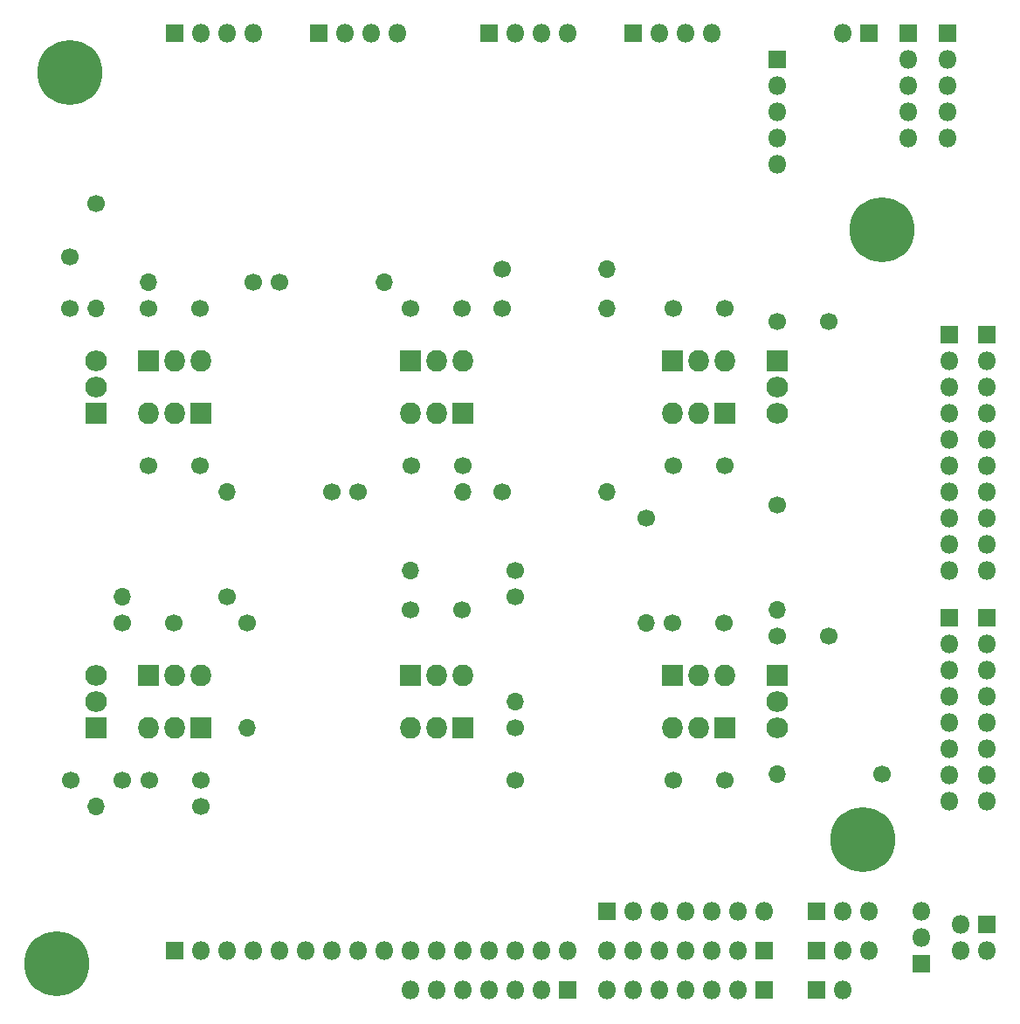
<source format=gbr>
%TF.GenerationSoftware,KiCad,Pcbnew,(5.1.6)-1*%
%TF.CreationDate,2020-09-24T11:23:12+02:00*%
%TF.ProjectId,ExtendedBoardCopy,45787465-6e64-4656-9442-6f617264436f,rev?*%
%TF.SameCoordinates,Original*%
%TF.FileFunction,Soldermask,Top*%
%TF.FilePolarity,Negative*%
%FSLAX46Y46*%
G04 Gerber Fmt 4.6, Leading zero omitted, Abs format (unit mm)*
G04 Created by KiCad (PCBNEW (5.1.6)-1) date 2020-09-24 11:23:12*
%MOMM*%
%LPD*%
G01*
G04 APERTURE LIST*
%ADD10C,6.300000*%
%ADD11R,1.800000X1.800000*%
%ADD12O,1.800000X1.800000*%
%ADD13R,2.005000X2.100000*%
%ADD14O,2.005000X2.100000*%
%ADD15C,1.700000*%
%ADD16O,1.700000X1.700000*%
%ADD17O,2.100000X2.005000*%
%ADD18R,2.100000X2.005000*%
G04 APERTURE END LIST*
D10*
%TO.C,DH2*%
X175895000Y-142875000D03*
%TD*%
D11*
%TO.C,GND*%
X147320000Y-157480000D03*
D12*
X144780000Y-157480000D03*
X142240000Y-157480000D03*
X139700000Y-157480000D03*
X137160000Y-157480000D03*
X134620000Y-157480000D03*
X132080000Y-157480000D03*
%TD*%
D13*
%TO.C,Q14*%
X157480000Y-127000000D03*
D14*
X160020000Y-127000000D03*
X162560000Y-127000000D03*
%TD*%
D10*
%TO.C,DH2*%
X177800000Y-83820000D03*
%TD*%
D15*
%TO.C,R13*%
X142240000Y-119380000D03*
D16*
X142240000Y-129540000D03*
%TD*%
D12*
%TO.C,PWM1*%
X147320000Y-64770000D03*
X144780000Y-64770000D03*
X142240000Y-64770000D03*
D11*
X139700000Y-64770000D03*
%TD*%
D10*
%TO.C,DH3*%
X97790000Y-154940000D03*
%TD*%
%TO.C,DH1*%
X99060000Y-68580000D03*
%TD*%
D17*
%TO.C,Q5*%
X167640000Y-101600000D03*
X167640000Y-99060000D03*
D18*
X167640000Y-96520000D03*
%TD*%
D16*
%TO.C,R4*%
X151130000Y-91440000D03*
D15*
X140970000Y-91440000D03*
%TD*%
D16*
%TO.C,R6*%
X151130000Y-109220000D03*
D15*
X140970000Y-109220000D03*
%TD*%
%TO.C,C1*%
X99060000Y-91440000D03*
X99060000Y-86440000D03*
%TD*%
%TO.C,C2*%
X111680000Y-91440000D03*
X106680000Y-91440000D03*
%TD*%
%TO.C,C3*%
X137080000Y-91440000D03*
X132080000Y-91440000D03*
%TD*%
%TO.C,C4*%
X157560000Y-91440000D03*
X162560000Y-91440000D03*
%TD*%
%TO.C,C5*%
X167640000Y-92710000D03*
X172640000Y-92710000D03*
%TD*%
%TO.C,C6*%
X162560000Y-106680000D03*
X157560000Y-106680000D03*
%TD*%
%TO.C,C7*%
X132160000Y-106680000D03*
X137160000Y-106680000D03*
%TD*%
%TO.C,C8*%
X106680000Y-106680000D03*
X111680000Y-106680000D03*
%TD*%
%TO.C,C9*%
X104140000Y-137160000D03*
X99140000Y-137160000D03*
%TD*%
%TO.C,C10*%
X104140000Y-121920000D03*
X109140000Y-121920000D03*
%TD*%
%TO.C,C11*%
X111760000Y-137160000D03*
X106760000Y-137160000D03*
%TD*%
%TO.C,C12*%
X137080000Y-120650000D03*
X132080000Y-120650000D03*
%TD*%
%TO.C,C13*%
X142240000Y-137080000D03*
X142240000Y-132080000D03*
%TD*%
%TO.C,C14*%
X162480000Y-121920000D03*
X157480000Y-121920000D03*
%TD*%
%TO.C,C15*%
X167640000Y-123190000D03*
X172640000Y-123190000D03*
%TD*%
%TO.C,C16*%
X162560000Y-137160000D03*
X157560000Y-137160000D03*
%TD*%
D12*
%TO.C,J5*%
X187960000Y-116840000D03*
X187960000Y-114300000D03*
X187960000Y-111760000D03*
X187960000Y-109220000D03*
X187960000Y-106680000D03*
X187960000Y-104140000D03*
X187960000Y-101600000D03*
X187960000Y-99060000D03*
X187960000Y-96520000D03*
D11*
X187960000Y-93980000D03*
%TD*%
%TO.C,J7*%
X187960000Y-121412000D03*
D12*
X187960000Y-123952000D03*
X187960000Y-126492000D03*
X187960000Y-129032000D03*
X187960000Y-131572000D03*
X187960000Y-134112000D03*
X187960000Y-136652000D03*
X187960000Y-139192000D03*
%TD*%
D11*
%TO.C,PCA9685A1*%
X167640000Y-67310000D03*
D12*
X167640000Y-69850000D03*
X167640000Y-72390000D03*
X167640000Y-74930000D03*
X167640000Y-77470000D03*
%TD*%
D11*
%TO.C,IR*%
X181610000Y-154940000D03*
D12*
X181610000Y-152400000D03*
X181610000Y-149860000D03*
%TD*%
D11*
%TO.C,PWM3*%
X109220000Y-64770000D03*
D12*
X111760000Y-64770000D03*
X114300000Y-64770000D03*
X116840000Y-64770000D03*
%TD*%
%TO.C,PWM2*%
X130810000Y-64770000D03*
X128270000Y-64770000D03*
X125730000Y-64770000D03*
D11*
X123190000Y-64770000D03*
%TD*%
%TO.C,PWM0*%
X153670000Y-64770000D03*
D12*
X156210000Y-64770000D03*
X158750000Y-64770000D03*
X161290000Y-64770000D03*
%TD*%
D18*
%TO.C,Q1*%
X101600000Y-101600000D03*
D17*
X101600000Y-99060000D03*
X101600000Y-96520000D03*
%TD*%
D13*
%TO.C,Q2*%
X106680000Y-96520000D03*
D14*
X109220000Y-96520000D03*
X111760000Y-96520000D03*
%TD*%
%TO.C,Q3*%
X137160000Y-96520000D03*
X134620000Y-96520000D03*
D13*
X132080000Y-96520000D03*
%TD*%
D14*
%TO.C,Q4*%
X162560000Y-96520000D03*
X160020000Y-96520000D03*
D13*
X157480000Y-96520000D03*
%TD*%
%TO.C,Q6*%
X162560000Y-101600000D03*
D14*
X160020000Y-101600000D03*
X157480000Y-101600000D03*
%TD*%
D13*
%TO.C,Q7*%
X137160000Y-101600000D03*
D14*
X134620000Y-101600000D03*
X132080000Y-101600000D03*
%TD*%
%TO.C,Q8*%
X106680000Y-101600000D03*
X109220000Y-101600000D03*
D13*
X111760000Y-101600000D03*
%TD*%
D17*
%TO.C,Q9*%
X101600000Y-127000000D03*
X101600000Y-129540000D03*
D18*
X101600000Y-132080000D03*
%TD*%
D14*
%TO.C,Q10*%
X111760000Y-127000000D03*
X109220000Y-127000000D03*
D13*
X106680000Y-127000000D03*
%TD*%
%TO.C,Q11*%
X111760000Y-132080000D03*
D14*
X109220000Y-132080000D03*
X106680000Y-132080000D03*
%TD*%
%TO.C,Q12*%
X137160000Y-127000000D03*
X134620000Y-127000000D03*
D13*
X132080000Y-127000000D03*
%TD*%
D18*
%TO.C,Q15*%
X167640000Y-127000000D03*
D17*
X167640000Y-129540000D03*
X167640000Y-132080000D03*
%TD*%
D14*
%TO.C,Q16*%
X157480000Y-132080000D03*
X160020000Y-132080000D03*
D13*
X162560000Y-132080000D03*
%TD*%
D15*
%TO.C,R1*%
X101600000Y-81280000D03*
D16*
X101600000Y-91440000D03*
%TD*%
%TO.C,R2*%
X106680000Y-88900000D03*
D15*
X116840000Y-88900000D03*
%TD*%
%TO.C,R3*%
X119380000Y-88900000D03*
D16*
X129540000Y-88900000D03*
%TD*%
D15*
%TO.C,R5*%
X140970000Y-87630000D03*
D16*
X151130000Y-87630000D03*
%TD*%
D15*
%TO.C,R7*%
X127000000Y-109220000D03*
D16*
X137160000Y-109220000D03*
%TD*%
%TO.C,R8*%
X114300000Y-109220000D03*
D15*
X124460000Y-109220000D03*
%TD*%
D16*
%TO.C,R9*%
X101600000Y-139700000D03*
D15*
X111760000Y-139700000D03*
%TD*%
D16*
%TO.C,R10*%
X104140000Y-119380000D03*
D15*
X114300000Y-119380000D03*
%TD*%
%TO.C,R11*%
X116205000Y-121920000D03*
D16*
X116205000Y-132080000D03*
%TD*%
%TO.C,R12*%
X132080000Y-116840000D03*
D15*
X142240000Y-116840000D03*
%TD*%
%TO.C,R14*%
X154940000Y-111760000D03*
D16*
X154940000Y-121920000D03*
%TD*%
D15*
%TO.C,R15*%
X167640000Y-110490000D03*
D16*
X167640000Y-120650000D03*
%TD*%
%TO.C,R16*%
X167640000Y-136525000D03*
D15*
X177800000Y-136525000D03*
%TD*%
D11*
%TO.C,Supply*%
X180340000Y-64770000D03*
D12*
X180340000Y-67310000D03*
X180340000Y-69850000D03*
X180340000Y-72390000D03*
X180340000Y-74930000D03*
%TD*%
%TO.C,+12V*%
X173990000Y-64770000D03*
D11*
X176530000Y-64770000D03*
%TD*%
D12*
%TO.C,12V*%
X184150000Y-74930000D03*
X184150000Y-72390000D03*
X184150000Y-69850000D03*
X184150000Y-67310000D03*
D11*
X184150000Y-64770000D03*
%TD*%
%TO.C,DeanT*%
X171450000Y-157480000D03*
D12*
X173990000Y-157480000D03*
%TD*%
D11*
%TO.C,J6*%
X184277000Y-121412000D03*
D12*
X184277000Y-123952000D03*
X184277000Y-126492000D03*
X184277000Y-129032000D03*
X184277000Y-131572000D03*
X184277000Y-134112000D03*
X184277000Y-136652000D03*
X184277000Y-139192000D03*
%TD*%
D11*
%TO.C,J7*%
X184277000Y-93980000D03*
D12*
X184277000Y-96520000D03*
X184277000Y-99060000D03*
X184277000Y-101600000D03*
X184277000Y-104140000D03*
X184277000Y-106680000D03*
X184277000Y-109220000D03*
X184277000Y-111760000D03*
X184277000Y-114300000D03*
X184277000Y-116840000D03*
%TD*%
D11*
%TO.C,GND*%
X151130000Y-149860000D03*
D12*
X153670000Y-149860000D03*
X156210000Y-149860000D03*
X158750000Y-149860000D03*
X161290000Y-149860000D03*
X163830000Y-149860000D03*
X166370000Y-149860000D03*
%TD*%
%TO.C,5V*%
X151130000Y-153670000D03*
X153670000Y-153670000D03*
X156210000Y-153670000D03*
X158750000Y-153670000D03*
X161290000Y-153670000D03*
X163830000Y-153670000D03*
D11*
X166370000Y-153670000D03*
%TD*%
%TO.C,5V*%
X166370000Y-157480000D03*
D12*
X163830000Y-157480000D03*
X161290000Y-157480000D03*
X158750000Y-157480000D03*
X156210000Y-157480000D03*
X153670000Y-157480000D03*
X151130000Y-157480000D03*
%TD*%
D11*
%TO.C,Vcc*%
X171450000Y-153670000D03*
D12*
X173990000Y-153670000D03*
X176530000Y-153670000D03*
%TD*%
D11*
%TO.C,SUPPLY ARD*%
X187960000Y-151130000D03*
D12*
X187960000Y-153670000D03*
X185420000Y-151130000D03*
X185420000Y-153670000D03*
%TD*%
D11*
%TO.C,GND*%
X171450000Y-149860000D03*
D12*
X173990000Y-149860000D03*
X176530000Y-149860000D03*
%TD*%
D11*
%TO.C,TR*%
X109220000Y-153670000D03*
D12*
X111760000Y-153670000D03*
X114300000Y-153670000D03*
X116840000Y-153670000D03*
X119380000Y-153670000D03*
X121920000Y-153670000D03*
X124460000Y-153670000D03*
X127000000Y-153670000D03*
X129540000Y-153670000D03*
X132080000Y-153670000D03*
X134620000Y-153670000D03*
X137160000Y-153670000D03*
X139700000Y-153670000D03*
X142240000Y-153670000D03*
X144780000Y-153670000D03*
X147320000Y-153670000D03*
%TD*%
D13*
%TO.C,Q13*%
X137160000Y-132080000D03*
D14*
X134620000Y-132080000D03*
X132080000Y-132080000D03*
%TD*%
M02*

</source>
